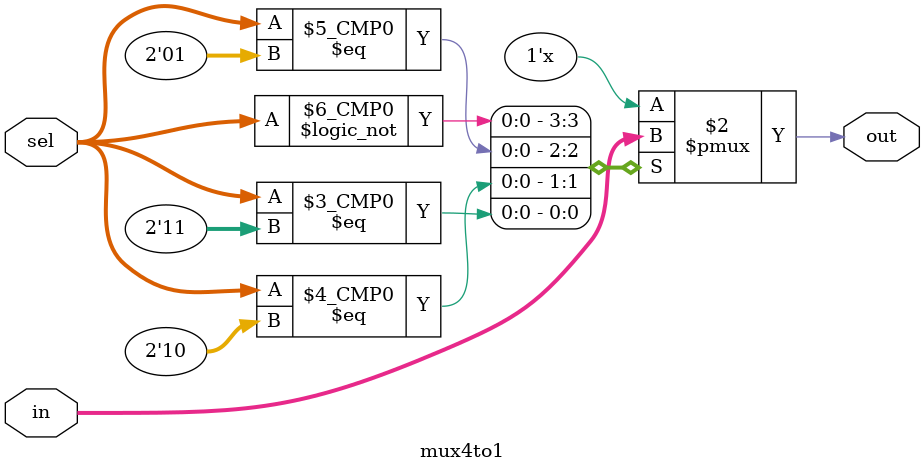
<source format=sv>
`timescale 1ns / 1ps


module mux4to1(
    output logic out,
    input wire [3:0] in,
    input wire [1:0] sel
    );

    always_comb begin : mux4to1
        case (sel)
            2'b00: out= in[3];
            2'b01: out= in[2];
            2'b10: out= in[1];
            2'b11: out= in[0];

        endcase
    end
    
    
    
    
    
    //assign out= in[sel];
endmodule

</source>
